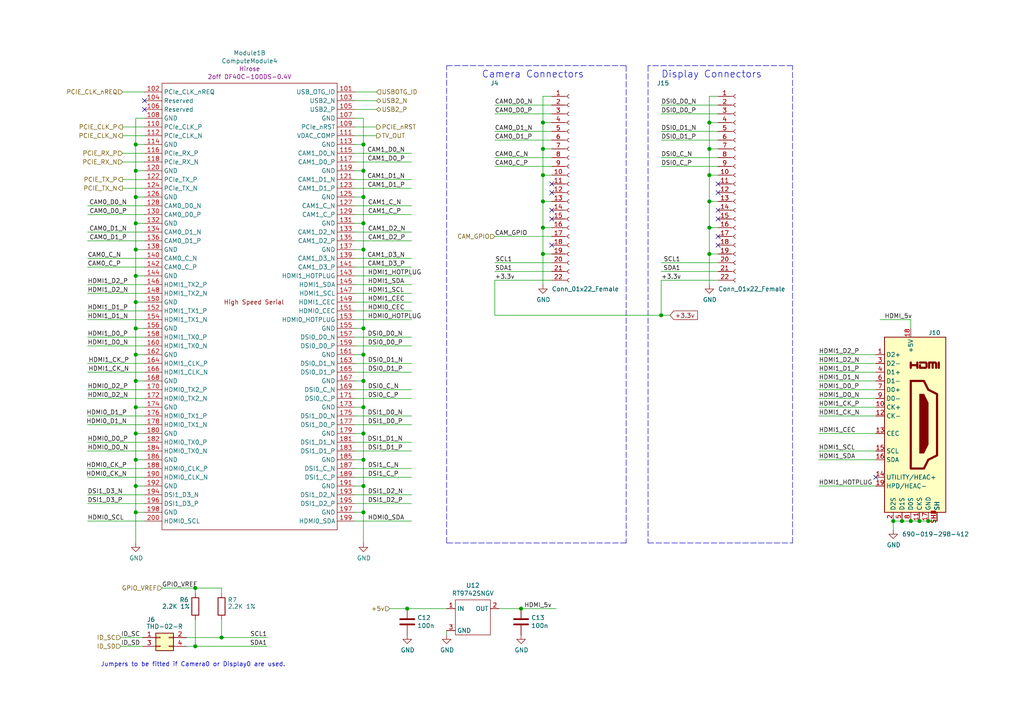
<source format=kicad_sch>
(kicad_sch (version 20210621) (generator eeschema)
  (paper "A4")
  (title_block (title "Compute Module 4 IO Board - CM4 - Highspeed") (rev "1") (company "(c) Raspberry Pi Trading 2020") (comment 1 "www.raspberrypi.org"))
  (lib_symbols
    (symbol "CM4IO:ComputeModule4-CM4"
      (property "Reference" "Module" (at 113.03 -68.58 0))
      (property "Value" "ComputeModule4-CM4" (at 140.97 2.54 0))
      (property "Field4" "Hirose" (at 0 0 0))
      (property "Field5" "2x DF40C-100DS-0.4V" (at 0 -2.54 0))
      (symbol "ComputeModule4-CM4_1_0"
        (text "GPIO" (at 0 6.35 0) (effects (font (size 1.27 1.27))))
      )
      (symbol "ComputeModule4-CM4_1_1"
        (text "600mA Max" (at -8.89 -53.34 0) (effects (font (size 1.27 1.27))))
        (text "600mA Max" (at -8.89 -48.26 0) (effects (font (size 1.27 1.27))))
        (text "NB SD signals are only available" (at -1.27 -27.94 0) (effects (font (size 1.27 1.27))))
        (text "on modules without eMMC" (at -1.27 -30.48 0) (effects (font (size 1.27 1.27))))
        (pin power_in line (at 27.94 55.88 180) (length 2.54) (name "GND") (number "1"))
        (pin passive line (at -33.02 45.72 0) (length 2.54) (name "Ethernet_Pair0_N") (number "10"))
        (pin output line (at -33.02 -68.58 0) (length 2.54) (name "nEXTRST") (number "100"))
        (pin passive line (at 27.94 43.18 180) (length 2.54) (name "Ethernet_Pair2_P") (number "11"))
        (pin passive line (at -33.02 43.18 0) (length 2.54) (name "Ethernet_Pair0_P") (number "12"))
        (pin power_in line (at 27.94 40.64 180) (length 2.54) (name "GND") (number "13"))
        (pin power_in line (at -33.02 40.64 0) (length 2.54) (name "GND") (number "14"))
        (pin output line (at 27.94 38.1 180) (length 2.54) (name "Ethernet_nLED3(3.3v)") (number "15"))
        (pin input line (at -33.02 38.1 0) (length 2.54) (name "Ethernet_SYNC_IN(1.8v)") (number "16"))
        (pin output line (at 27.94 35.56 180) (length 2.54) (name "Ethernet_nLED2(3.3v)") (number "17"))
        (pin input line (at -33.02 35.56 0) (length 2.54) (name "Ethernet_SYNC_OUT(1.8v)") (number "18"))
        (pin output line (at 27.94 33.02 180) (length 2.54) (name "Ethernet_nLED1(3.3v)") (number "19"))
        (pin power_in line (at -33.02 55.88 0) (length 2.54) (name "GND") (number "2"))
        (pin passive line (at -33.02 33.02 0) (length 2.54) (name "EEPROM_nWP") (number "20"))
        (pin open_collector line (at 27.94 30.48 180) (length 2.54) (name "PI_nLED_Activity") (number "21"))
        (pin power_in line (at -33.02 30.48 0) (length 2.54) (name "GND") (number "22"))
        (pin power_in line (at 27.94 27.94 180) (length 2.54) (name "GND") (number "23"))
        (pin passive line (at -33.02 27.94 0) (length 2.54) (name "GPIO26") (number "24"))
        (pin passive line (at 27.94 25.4 180) (length 2.54) (name "GPIO21") (number "25"))
        (pin passive line (at -33.02 25.4 0) (length 2.54) (name "GPIO19") (number "26"))
        (pin passive line (at 27.94 22.86 180) (length 2.54) (name "GPIO20") (number "27"))
        (pin passive line (at -33.02 22.86 0) (length 2.54) (name "GPIO13") (number "28"))
        (pin passive line (at 27.94 20.32 180) (length 2.54) (name "GPIO16") (number "29"))
        (pin passive line (at 27.94 53.34 180) (length 2.54) (name "Ethernet_Pair3_P") (number "3"))
        (pin passive line (at -33.02 20.32 0) (length 2.54) (name "GPIO6") (number "30"))
        (pin passive line (at 27.94 17.78 180) (length 2.54) (name "GPIO12") (number "31"))
        (pin power_in line (at -33.02 17.78 0) (length 2.54) (name "GND") (number "32"))
        (pin power_in line (at 27.94 15.24 180) (length 2.54) (name "GND") (number "33"))
        (pin passive line (at -33.02 15.24 0) (length 2.54) (name "GPIO5") (number "34"))
        (pin passive line (at 27.94 12.7 180) (length 2.54) (name "ID_SC") (number "35"))
        (pin passive line (at -33.02 12.7 0) (length 2.54) (name "ID_SD") (number "36"))
        (pin passive line (at 27.94 10.16 180) (length 2.54) (name "GPIO7") (number "37"))
        (pin passive line (at -33.02 10.16 0) (length 2.54) (name "GPIO11") (number "38"))
        (pin passive line (at 27.94 7.62 180) (length 2.54) (name "GPIO8") (number "39"))
        (pin passive line (at -33.02 53.34 0) (length 2.54) (name "Ethernet_Pair1_P") (number "4"))
        (pin passive line (at -33.02 7.62 0) (length 2.54) (name "GPIO9") (number "40"))
        (pin passive line (at 27.94 5.08 180) (length 2.54) (name "GPIO25") (number "41"))
        (pin power_in line (at -33.02 5.08 0) (length 2.54) (name "GND") (number "42"))
        (pin power_in line (at 27.94 2.54 180) (length 2.54) (name "GND") (number "43"))
        (pin passive line (at -33.02 2.54 0) (length 2.54) (name "GPIO10") (number "44"))
        (pin passive line (at 27.94 0 180) (length 2.54) (name "GPIO24") (number "45"))
        (pin passive line (at -33.02 0 0) (length 2.54) (name "GPIO22") (number "46"))
        (pin passive line (at 27.94 -2.54 180) (length 2.54) (name "GPIO23") (number "47"))
        (pin passive line (at -33.02 -2.54 0) (length 2.54) (name "GPIO27") (number "48"))
        (pin passive line (at 27.94 -5.08 180) (length 2.54) (name "GPIO18") (number "49"))
        (pin passive line (at 27.94 50.8 180) (length 2.54) (name "Ethernet_Pair3_N") (number "5"))
        (pin passive line (at -33.02 -5.08 0) (length 2.54) (name "GPIO17") (number "50"))
        (pin passive line (at 27.94 -7.62 180) (length 2.54) (name "GPIO15") (number "51"))
        (pin power_in line (at -33.02 -7.62 0) (length 2.54) (name "GND") (number "52"))
        (pin power_in line (at 27.94 -10.16 180) (length 2.54) (name "GND") (number "53"))
        (pin passive line (at -33.02 -10.16 0) (length 2.54) (name "GPIO4") (number "54"))
        (pin passive line (at 27.94 -12.7 180) (length 2.54) (name "GPIO14") (number "55"))
        (pin passive line (at -33.02 -12.7 0) (length 2.54) (name "GPIO3") (number "56"))
        (pin passive line (at 27.94 -15.24 180) (length 2.54) (name "SD_CLK") (number "57"))
        (pin passive line (at -33.02 -15.24 0) (length 2.54) (name "GPIO2") (number "58"))
        (pin power_in line (at 27.94 -17.78 180) (length 2.54) (name "GND") (number "59"))
        (pin passive line (at -33.02 50.8 0) (length 2.54) (name "Ethernet_Pair1_N") (number "6"))
        (pin power_in line (at -33.02 -17.78 0) (length 2.54) (name "GND") (number "60"))
        (pin passive line (at 27.94 -20.32 180) (length 2.54) (name "SD_DAT3") (number "61"))
        (pin passive line (at -33.02 -20.32 0) (length 2.54) (name "SD_CMD") (number "62"))
        (pin passive line (at 27.94 -22.86 180) (length 2.54) (name "SD_DAT0") (number "63"))
        (pin passive line (at -33.02 -22.86 0) (length 2.54) (name "SD_DAT5") (number "64"))
        (pin power_in line (at 27.94 -25.4 180) (length 2.54) (name "GND") (number "65"))
        (pin power_in line (at -33.02 -25.4 0) (length 2.54) (name "GND") (number "66"))
        (pin passive line (at 27.94 -27.94 180) (length 2.54) (name "SD_DAT1") (number "67"))
        (pin passive line (at -33.02 -27.94 0) (length 2.54) (name "SD_DAT4") (number "68"))
        (pin passive line (at 27.94 -30.48 180) (length 2.54) (name "SD_DAT2") (number "69"))
        (pin power_in line (at 27.94 48.26 180) (length 2.54) (name "GND") (number "7"))
        (pin passive line (at -33.02 -30.48 0) (length 2.54) (name "SD_DAT7") (number "70"))
        (pin power_in line (at 27.94 -33.02 180) (length 2.54) (name "GND") (number "71"))
        (pin passive line (at -33.02 -33.02 0) (length 2.54) (name "SD_DAT6") (number "72"))
        (pin input line (at 27.94 -35.56 180) (length 2.54) (name "SD_VDD_Override") (number "73"))
        (pin power_in line (at -33.02 -35.56 0) (length 2.54) (name "GND") (number "74"))
        (pin output line (at 27.94 -38.1 180) (length 2.54) (name "SD_PWR_ON") (number "75"))
        (pin passive line (at -33.02 -38.1 0) (length 2.54) (name "Reserved") (number "76"))
        (pin power_in line (at 27.94 -40.64 180) (length 2.54) (name "+5v_(Input)") (number "77"))
        (pin power_in line (at -33.02 -40.64 0) (length 2.54) (name "GPIO_VREF(1.8v/3.3v_Input)") (number "78"))
        (pin power_in line (at 27.94 -43.18 180) (length 2.54) (name "+5v_(Input)") (number "79"))
        (pin power_in line (at -33.02 48.26 0) (length 2.54) (name "GND") (number "8"))
        (pin passive line (at -33.02 -43.18 0) (length 2.54) (name "SCL0") (number "80"))
        (pin power_in line (at 27.94 -45.72 180) (length 2.54) (name "+5v_(Input)") (number "81"))
        (pin passive line (at -33.02 -45.72 0) (length 2.54) (name "SDA0") (number "82"))
        (pin power_in line (at 27.94 -48.26 180) (length 2.54) (name "+5v_(Input)") (number "83"))
        (pin power_out line (at -33.02 -48.26 0) (length 2.54) (name "+3.3v_(Output)") (number "84"))
        (pin power_in line (at 27.94 -50.8 180) (length 2.54) (name "+5v_(Input)") (number "85"))
        (pin power_out line (at -33.02 -50.8 0) (length 2.54) (name "+3.3v_(Output)") (number "86"))
        (pin power_in line (at 27.94 -53.34 180) (length 2.54) (name "+5v_(Input)") (number "87"))
        (pin power_out line (at -33.02 -53.34 0) (length 2.54) (name "+1.8v_(Output)") (number "88"))
        (pin power_in line (at 27.94 -55.88 180) (length 2.54) (name "WiFi_nDisable") (number "89"))
        (pin passive line (at 27.94 45.72 180) (length 2.54) (name "Ethernet_Pair2_N") (number "9"))
        (pin power_out line (at -33.02 -55.88 0) (length 2.54) (name "+1.8v_(Output)") (number "90"))
        (pin power_in line (at 27.94 -58.42 180) (length 2.54) (name "BT_nDisable") (number "91"))
        (pin passive line (at -33.02 -58.42 0) (length 2.54) (name "RUN_PG") (number "92"))
        (pin input line (at 27.94 -60.96 180) (length 2.54) (name "nRPIBOOT") (number "93"))
        (pin passive line (at -33.02 -60.96 0) (length 2.54) (name "AnalogIP0") (number "94"))
        (pin output line (at 27.94 -63.5 180) (length 2.54) (name "nPI_LED_PWR") (number "95"))
        (pin passive line (at -33.02 -63.5 0) (length 2.54) (name "AnalogIP1") (number "96"))
        (pin passive line (at 27.94 -66.04 180) (length 2.54) (name "Camera_GPIO") (number "97"))
        (pin power_in line (at -33.02 -66.04 0) (length 2.54) (name "GND") (number "98"))
        (pin input line (at 27.94 -68.58 180) (length 2.54) (name "Global_EN") (number "99"))
      )
      (symbol "ComputeModule4-CM4_2_1"
        (text "High Speed Serial" (at 140.97 0 0) (effects (font (size 1.27 1.27))))
        (pin input line (at 170.18 60.96 180) (length 5.08) (name "USB_OTG_ID") (number "101"))
        (pin input line (at 109.22 60.96 0) (length 5.08) (name "PCIe_CLK_nREQ") (number "102"))
        (pin passive line (at 170.18 58.42 180) (length 5.08) (name "USB2_N") (number "103"))
        (pin passive line (at 109.22 58.42 0) (length 5.08) (name "Reserved") (number "104"))
        (pin passive line (at 170.18 55.88 180) (length 5.08) (name "USB2_P") (number "105"))
        (pin passive line (at 109.22 55.88 0) (length 5.08) (name "Reserved") (number "106"))
        (pin power_in line (at 170.18 53.34 180) (length 5.08) (name "GND") (number "107"))
        (pin power_in line (at 109.22 53.34 0) (length 5.08) (name "GND") (number "108"))
        (pin bidirectional line (at 170.18 50.8 180) (length 5.08) (name "PCIe_nRST") (number "109"))
        (pin output line (at 109.22 50.8 0) (length 5.08) (name "PCIe_CLK_P") (number "110"))
        (pin passive line (at 170.18 48.26 180) (length 5.08) (name "VDAC_COMP") (number "111"))
        (pin output line (at 109.22 48.26 0) (length 5.08) (name "PCIe_CLK_N") (number "112"))
        (pin power_in line (at 170.18 45.72 180) (length 5.08) (name "GND") (number "113"))
        (pin power_in line (at 109.22 45.72 0) (length 5.08) (name "GND") (number "114"))
        (pin input line (at 170.18 43.18 180) (length 5.08) (name "CAM1_D0_N") (number "115"))
        (pin input line (at 109.22 43.18 0) (length 5.08) (name "PCIe_RX_P") (number "116"))
        (pin input line (at 170.18 40.64 180) (length 5.08) (name "CAM1_D0_P") (number "117"))
        (pin input line (at 109.22 40.64 0) (length 5.08) (name "PCIe_RX_N") (number "118"))
        (pin power_in line (at 170.18 38.1 180) (length 5.08) (name "GND") (number "119"))
        (pin power_in line (at 109.22 38.1 0) (length 5.08) (name "GND") (number "120"))
        (pin input line (at 170.18 35.56 180) (length 5.08) (name "CAM1_D1_N") (number "121"))
        (pin output line (at 109.22 35.56 0) (length 5.08) (name "PCIe_TX_P") (number "122"))
        (pin input line (at 170.18 33.02 180) (length 5.08) (name "CAM1_D1_P") (number "123"))
        (pin output line (at 109.22 33.02 0) (length 5.08) (name "PCIe_TX_N") (number "124"))
        (pin power_in line (at 170.18 30.48 180) (length 5.08) (name "GND") (number "125"))
        (pin power_in line (at 109.22 30.48 0) (length 5.08) (name "GND") (number "126"))
        (pin input line (at 170.18 27.94 180) (length 5.08) (name "CAM1_C_N") (number "127"))
        (pin input line (at 109.22 27.94 0) (length 5.08) (name "CAM0_D0_N") (number "128"))
        (pin input line (at 170.18 25.4 180) (length 5.08) (name "CAM1_C_P") (number "129"))
        (pin input line (at 109.22 25.4 0) (length 5.08) (name "CAM0_D0_P") (number "130"))
        (pin power_in line (at 170.18 22.86 180) (length 5.08) (name "GND") (number "131"))
        (pin power_in line (at 109.22 22.86 0) (length 5.08) (name "GND") (number "132"))
        (pin input line (at 170.18 20.32 180) (length 5.08) (name "CAM1_D2_N") (number "133"))
        (pin input line (at 109.22 20.32 0) (length 5.08) (name "CAM0_D1_N") (number "134"))
        (pin input line (at 170.18 17.78 180) (length 5.08) (name "CAM1_D2_P") (number "135"))
        (pin input line (at 109.22 17.78 0) (length 5.08) (name "CAM0_D1_P") (number "136"))
        (pin power_in line (at 170.18 15.24 180) (length 5.08) (name "GND") (number "137"))
        (pin power_in line (at 109.22 15.24 0) (length 5.08) (name "GND") (number "138"))
        (pin input line (at 170.18 12.7 180) (length 5.08) (name "CAM1_D3_N") (number "139"))
        (pin input line (at 109.22 12.7 0) (length 5.08) (name "CAM0_C_N") (number "140"))
        (pin input line (at 170.18 10.16 180) (length 5.08) (name "CAM1_D3_P") (number "141"))
        (pin input line (at 109.22 10.16 0) (length 5.08) (name "CAM0_C_P") (number "142"))
        (pin input line (at 170.18 7.62 180) (length 5.08) (name "HDMI1_HOTPLUG") (number "143"))
        (pin power_in line (at 109.22 7.62 0) (length 5.08) (name "GND") (number "144"))
        (pin bidirectional line (at 170.18 5.08 180) (length 5.08) (name "HDMI1_SDA") (number "145"))
        (pin output line (at 109.22 5.08 0) (length 5.08) (name "HDMI1_TX2_P") (number "146"))
        (pin open_collector line (at 170.18 2.54 180) (length 5.08) (name "HDMI1_SCL") (number "147"))
        (pin output line (at 109.22 2.54 0) (length 5.08) (name "HDMI1_TX2_N") (number "148"))
        (pin open_collector line (at 170.18 0 180) (length 5.08) (name "HDMI1_CEC") (number "149"))
        (pin power_in line (at 109.22 0 0) (length 5.08) (name "GND") (number "150"))
        (pin open_collector line (at 170.18 -2.54 180) (length 5.08) (name "HDMI0_CEC") (number "151"))
        (pin output line (at 109.22 -2.54 0) (length 5.08) (name "HDMI1_TX1_P") (number "152"))
        (pin input line (at 170.18 -5.08 180) (length 5.08) (name "HDMI0_HOTPLUG") (number "153"))
        (pin output line (at 109.22 -5.08 0) (length 5.08) (name "HDMI1_TX1_N") (number "154"))
        (pin power_in line (at 170.18 -7.62 180) (length 5.08) (name "GND") (number "155"))
        (pin power_in line (at 109.22 -7.62 0) (length 5.08) (name "GND") (number "156"))
        (pin output line (at 170.18 -10.16 180) (length 5.08) (name "DSI0_D0_N") (number "157"))
        (pin output line (at 109.22 -10.16 0) (length 5.08) (name "HDMI1_TX0_P") (number "158"))
        (pin output line (at 170.18 -12.7 180) (length 5.08) (name "DSI0_D0_P") (number "159"))
        (pin output line (at 109.22 -12.7 0) (length 5.08) (name "HDMI1_TX0_N") (number "160"))
        (pin power_in line (at 170.18 -15.24 180) (length 5.08) (name "GND") (number "161"))
        (pin power_in line (at 109.22 -15.24 0) (length 5.08) (name "GND") (number "162"))
        (pin output line (at 170.18 -17.78 180) (length 5.08) (name "DSI0_D1_N") (number "163"))
        (pin output line (at 109.22 -17.78 0) (length 5.08) (name "HDMI1_CLK_P") (number "164"))
        (pin output line (at 170.18 -20.32 180) (length 5.08) (name "DSI0_D1_P") (number "165"))
        (pin output line (at 109.22 -20.32 0) (length 5.08) (name "HDMI1_CLK_N") (number "166"))
        (pin power_in line (at 170.18 -22.86 180) (length 5.08) (name "GND") (number "167"))
        (pin power_in line (at 109.22 -22.86 0) (length 5.08) (name "GND") (number "168"))
        (pin output line (at 170.18 -25.4 180) (length 5.08) (name "DSI0_C_N") (number "169"))
        (pin output line (at 109.22 -25.4 0) (length 5.08) (name "HDMI0_TX2_P") (number "170"))
        (pin output line (at 170.18 -27.94 180) (length 5.08) (name "DSI0_C_P") (number "171"))
        (pin output line (at 109.22 -27.94 0) (length 5.08) (name "HDMI0_TX2_N") (number "172"))
        (pin power_in line (at 170.18 -30.48 180) (length 5.08) (name "GND") (number "173"))
        (pin power_in line (at 109.22 -30.48 0) (length 5.08) (name "GND") (number "174"))
        (pin output line (at 170.18 -33.02 180) (length 5.08) (name "DSI1_D0_N") (number "175"))
        (pin output line (at 109.22 -33.02 0) (length 5.08) (name "HDMI0_TX1_P") (number "176"))
        (pin output line (at 170.18 -35.56 180) (length 5.08) (name "DSI1_D0_P") (number "177"))
        (pin output line (at 109.22 -35.56 0) (length 5.08) (name "HDMI0_TX1_N") (number "178"))
        (pin power_in line (at 170.18 -38.1 180) (length 5.08) (name "GND") (number "179"))
        (pin power_in line (at 109.22 -38.1 0) (length 5.08) (name "GND") (number "180"))
        (pin output line (at 170.18 -40.64 180) (length 5.08) (name "DSI1_D1_N") (number "181"))
        (pin output line (at 109.22 -40.64 0) (length 5.08) (name "HDMI0_TX0_P") (number "182"))
        (pin output line (at 170.18 -43.18 180) (length 5.08) (name "DSI1_D1_P") (number "183"))
        (pin output line (at 109.22 -43.18 0) (length 5.08) (name "HDMI0_TX0_N") (number "184"))
        (pin power_in line (at 170.18 -45.72 180) (length 5.08) (name "GND") (number "185"))
        (pin power_in line (at 109.22 -45.72 0) (length 5.08) (name "GND") (number "186"))
        (pin output line (at 170.18 -48.26 180) (length 5.08) (name "DSI1_C_N") (number "187"))
        (pin output line (at 109.22 -48.26 0) (length 5.08) (name "HDMI0_CLK_P") (number "188"))
        (pin output line (at 170.18 -50.8 180) (length 5.08) (name "DSI1_C_P") (number "189"))
        (pin output line (at 109.22 -50.8 0) (length 5.08) (name "HDMI0_CLK_N") (number "190"))
        (pin power_in line (at 170.18 -53.34 180) (length 5.08) (name "GND") (number "191"))
        (pin power_in line (at 109.22 -53.34 0) (length 5.08) (name "GND") (number "192"))
        (pin output line (at 170.18 -55.88 180) (length 5.08) (name "DSI1_D2_N") (number "193"))
        (pin output line (at 109.22 -55.88 0) (length 5.08) (name "DSI1_D3_N") (number "194"))
        (pin output line (at 170.18 -58.42 180) (length 5.08) (name "DSI1_D2_P") (number "195"))
        (pin output line (at 109.22 -58.42 0) (length 5.08) (name "DSI1_D3_P") (number "196"))
        (pin power_in line (at 170.18 -60.96 180) (length 5.08) (name "GND") (number "197"))
        (pin power_in line (at 109.22 -60.96 0) (length 5.08) (name "GND") (number "198"))
        (pin bidirectional line (at 170.18 -63.5 180) (length 5.08) (name "HDMI0_SDA") (number "199"))
        (pin open_collector line (at 109.22 -63.5 0) (length 5.08) (name "HDMI0_SCL") (number "200"))
      )
    )
    (symbol "CM4IO:HDMI_A_1.4"
      (property "Reference" "J" (at -6.35 26.67 0))
      (property "Value" "HDMI_A_1.4" (at 10.16 26.67 0))
      (symbol "HDMI_A_1.4_0_0"
        (pin passive line (at 7.62 -27.94 90) (length 2.54) (name "SH") (number "SH2"))
        (pin passive line (at 7.62 -27.94 90) (length 2.54) (name "SH") (number "SH3"))
        (pin passive line (at 7.62 -27.94 90) (length 2.54) (name "SH") (number "SH4"))
      )
      (symbol "HDMI_A_1.4_1_1"
        (pin passive line (at -10.16 20.32 0) (length 2.54) (name "D2+") (number "1"))
        (pin passive line (at -10.16 5.08 0) (length 2.54) (name "CK+") (number "10"))
        (pin power_in line (at 2.54 -27.94 90) (length 2.54) (name "CKS") (number "11"))
        (pin passive line (at -10.16 2.54 0) (length 2.54) (name "CK-") (number "12"))
        (pin bidirectional line (at -10.16 -2.54 0) (length 2.54) (name "CEC") (number "13"))
        (pin passive line (at -10.16 -15.24 0) (length 2.54) (name "UTILITY/HEAC+") (number "14"))
        (pin passive line (at -10.16 -7.62 0) (length 2.54) (name "SCL") (number "15"))
        (pin bidirectional line (at -10.16 -10.16 0) (length 2.54) (name "SDA") (number "16"))
        (pin power_in line (at 5.08 -27.94 90) (length 2.54) (name "GND") (number "17"))
        (pin power_in line (at 0 27.94 270) (length 2.54) (name "+5V") (number "18"))
        (pin passive line (at -10.16 -17.78 0) (length 2.54) (name "HPD/HEAC-") (number "19"))
        (pin power_in line (at -5.08 -27.94 90) (length 2.54) (name "D2S") (number "2"))
        (pin passive line (at -10.16 17.78 0) (length 2.54) (name "D2-") (number "3"))
        (pin passive line (at -10.16 15.24 0) (length 2.54) (name "D1+") (number "4"))
        (pin power_in line (at -2.54 -27.94 90) (length 2.54) (name "D1S") (number "5"))
        (pin passive line (at -10.16 12.7 0) (length 2.54) (name "D1-") (number "6"))
        (pin passive line (at -10.16 10.16 0) (length 2.54) (name "D0+") (number "7"))
        (pin power_in line (at 0 -27.94 90) (length 2.54) (name "D0S") (number "8"))
        (pin passive line (at -10.16 7.62 0) (length 2.54) (name "D0-") (number "9"))
        (pin passive line (at 7.62 -27.94 90) (length 2.54) (name "SH") (number "SH1"))
      )
    )
    (symbol "CM4IO:RT9742SNGV"
      (property "Reference" "U" (at -2.54 7.62 0))
      (property "Value" "RT9742SNGV" (at 3.81 -5.08 0))
      (symbol "RT9742SNGV_1_1"
        (pin power_in line (at -5.08 3.81 0) (length 2.54) (name "IN") (number "1"))
        (pin power_in line (at 10.16 3.81 180) (length 2.54) (name "OUT") (number "2"))
        (pin power_in line (at -5.08 -2.54 0) (length 2.54) (name "GND") (number "3"))
      )
    )
    (symbol "Connector:Conn_01x22_Female" (pin_names hide)
      (property "Reference" "J" (at 0 27.94 0))
      (property "Value" "Conn_01x22_Female" (at 0 -30.48 0))
      (symbol "Conn_01x22_Female_1_1"
        (pin passive line (at -5.08 25.4 0) (length 3.81) (name "Pin_1") (number "1"))
        (pin passive line (at -5.08 2.54 0) (length 3.81) (name "Pin_10") (number "10"))
        (pin passive line (at -5.08 0 0) (length 3.81) (name "Pin_11") (number "11"))
        (pin passive line (at -5.08 -2.54 0) (length 3.81) (name "Pin_12") (number "12"))
        (pin passive line (at -5.08 -5.08 0) (length 3.81) (name "Pin_13") (number "13"))
        (pin passive line (at -5.08 -7.62 0) (length 3.81) (name "Pin_14") (number "14"))
        (pin passive line (at -5.08 -10.16 0) (length 3.81) (name "Pin_15") (number "15"))
        (pin passive line (at -5.08 -12.7 0) (length 3.81) (name "Pin_16") (number "16"))
        (pin passive line (at -5.08 -15.24 0) (length 3.81) (name "Pin_17") (number "17"))
        (pin passive line (at -5.08 -17.78 0) (length 3.81) (name "Pin_18") (number "18"))
        (pin passive line (at -5.08 -20.32 0) (length 3.81) (name "Pin_19") (number "19"))
        (pin passive line (at -5.08 22.86 0) (length 3.81) (name "Pin_2") (number "2"))
        (pin passive line (at -5.08 -22.86 0) (length 3.81) (name "Pin_20") (number "20"))
        (pin passive line (at -5.08 -25.4 0) (length 3.81) (name "Pin_21") (number "21"))
        (pin passive line (at -5.08 -27.94 0) (length 3.81) (name "Pin_22") (number "22"))
        (pin passive line (at -5.08 20.32 0) (length 3.81) (name "Pin_3") (number "3"))
        (pin passive line (at -5.08 17.78 0) (length 3.81) (name "Pin_4") (number "4"))
        (pin passive line (at -5.08 15.24 0) (length 3.81) (name "Pin_5") (number "5"))
        (pin passive line (at -5.08 12.7 0) (length 3.81) (name "Pin_6") (number "6"))
        (pin passive line (at -5.08 10.16 0) (length 3.81) (name "Pin_7") (number "7"))
        (pin passive line (at -5.08 7.62 0) (length 3.81) (name "Pin_8") (number "8"))
        (pin passive line (at -5.08 5.08 0) (length 3.81) (name "Pin_9") (number "9"))
      )
    )
    (symbol "Connector_Generic:Conn_02x02_Odd_Even" (pin_names hide)
      (property "Reference" "J" (at 1.27 2.54 0))
      (property "Value" "Conn_02x02_Odd_Even" (at 1.27 -5.08 0))
      (symbol "Conn_02x02_Odd_Even_1_1"
        (pin passive line (at -5.08 0 0) (length 3.81) (name "Pin_1") (number "1"))
        (pin passive line (at 7.62 0 180) (length 3.81) (name "Pin_2") (number "2"))
        (pin passive line (at -5.08 -2.54 0) (length 3.81) (name "Pin_3") (number "3"))
        (pin passive line (at 7.62 -2.54 180) (length 3.81) (name "Pin_4") (number "4"))
      )
    )
    (symbol "Device:C" (pin_numbers hide) (pin_names (offset 0.254))
      (property "Reference" "C" (at 0.635 2.54 0))
      (property "Value" "C" (at 0.635 -2.54 0))
      (symbol "C_1_1"
        (pin passive line (at 0 3.81 270) (length 2.794) (name "~") (number "1"))
        (pin passive line (at 0 -3.81 90) (length 2.794) (name "~") (number "2"))
      )
    )
    (symbol "Device:R" (pin_numbers hide) (pin_names (offset 0))
      (property "Reference" "R" (at 2.032 0 90))
      (property "Value" "R" (at 0 0 90))
      (symbol "R_1_1"
        (pin passive line (at 0 3.81 270) (length 1.27) (name "~") (number "1"))
        (pin passive line (at 0 -3.81 90) (length 1.27) (name "~") (number "2"))
      )
    )
    (symbol "power:GND" (power) (pin_names (offset 0))
      (property "Value" "GND" (at 0 -3.81 0))
      (symbol "GND_1_1"
        (pin power_in line (at 0 0 270) (length 0) hide (name "GND") (number "1"))
      )
    )
  )
  (junction (at 39.37 41.91) (diameter 1.016))
  (junction (at 39.37 49.53) (diameter 1.016))
  (junction (at 39.37 57.15) (diameter 1.016))
  (junction (at 39.37 64.77) (diameter 1.016))
  (junction (at 39.37 72.39) (diameter 1.016))
  (junction (at 39.37 80.01) (diameter 1.016))
  (junction (at 39.37 87.63) (diameter 1.016))
  (junction (at 39.37 95.25) (diameter 1.016))
  (junction (at 39.37 102.87) (diameter 1.016))
  (junction (at 39.37 110.49) (diameter 1.016))
  (junction (at 39.37 118.11) (diameter 1.016))
  (junction (at 39.37 125.73) (diameter 1.016))
  (junction (at 39.37 133.35) (diameter 1.016))
  (junction (at 39.37 140.97) (diameter 1.016))
  (junction (at 39.37 148.59) (diameter 1.016))
  (junction (at 56.642 170.561) (diameter 1.016))
  (junction (at 56.642 187.452) (diameter 1.016))
  (junction (at 64.262 184.912) (diameter 1.016))
  (junction (at 105.41 41.91) (diameter 1.016))
  (junction (at 105.41 49.53) (diameter 1.016))
  (junction (at 105.41 57.15) (diameter 1.016))
  (junction (at 105.41 64.77) (diameter 1.016))
  (junction (at 105.41 72.39) (diameter 1.016))
  (junction (at 105.41 95.25) (diameter 1.016))
  (junction (at 105.41 102.87) (diameter 1.016))
  (junction (at 105.41 110.49) (diameter 1.016))
  (junction (at 105.41 118.11) (diameter 1.016))
  (junction (at 105.41 125.73) (diameter 1.016))
  (junction (at 105.41 133.35) (diameter 1.016))
  (junction (at 105.41 140.97) (diameter 1.016))
  (junction (at 105.41 148.59) (diameter 1.016))
  (junction (at 118.11 176.53) (diameter 1.016))
  (junction (at 151.13 176.53) (diameter 1.016))
  (junction (at 157.48 35.56) (diameter 1.016))
  (junction (at 157.48 43.18) (diameter 1.016))
  (junction (at 157.48 50.8) (diameter 1.016))
  (junction (at 157.48 58.42) (diameter 1.016))
  (junction (at 157.48 66.04) (diameter 1.016))
  (junction (at 157.48 73.66) (diameter 1.016))
  (junction (at 191.77 91.44) (diameter 1.016))
  (junction (at 205.74 35.56) (diameter 1.016))
  (junction (at 205.74 43.18) (diameter 1.016))
  (junction (at 205.74 50.8) (diameter 1.016))
  (junction (at 205.74 58.42) (diameter 1.016))
  (junction (at 205.74 66.04) (diameter 1.016))
  (junction (at 205.74 73.66) (diameter 1.016))
  (junction (at 259.08 151.13) (diameter 1.016))
  (junction (at 261.62 151.13) (diameter 1.016))
  (junction (at 264.16 151.13) (diameter 1.016))
  (junction (at 266.7 151.13) (diameter 1.016))
  (junction (at 269.24 151.13) (diameter 1.016))
  (no_connect (at 41.91 29.21))
  (no_connect (at 41.91 31.75))
  (no_connect (at 160.02 53.34))
  (no_connect (at 160.02 55.88))
  (no_connect (at 160.02 60.96))
  (no_connect (at 160.02 63.5))
  (no_connect (at 160.02 71.12))
  (no_connect (at 208.28 53.34))
  (no_connect (at 208.28 55.88))
  (no_connect (at 208.28 60.96))
  (no_connect (at 208.28 63.5))
  (no_connect (at 208.28 68.58))
  (no_connect (at 208.28 71.12))
  (no_connect (at 254 138.43))
  (wire (pts (xy 25.4 74.93) (xy 41.91 74.93)))
  (wire (pts (xy 25.4 77.47) (xy 41.91 77.47)))
  (wire (pts (xy 25.4 82.55) (xy 41.91 82.55)))
  (wire (pts (xy 25.4 85.09) (xy 41.91 85.09)))
  (wire (pts (xy 25.4 90.17) (xy 41.91 90.17)))
  (wire (pts (xy 25.4 92.71) (xy 41.91 92.71)))
  (wire (pts (xy 25.4 97.79) (xy 41.91 97.79)))
  (wire (pts (xy 25.4 100.33) (xy 41.91 100.33)))
  (wire (pts (xy 25.4 113.03) (xy 41.91 113.03)))
  (wire (pts (xy 25.4 115.57) (xy 41.91 115.57)))
  (wire (pts (xy 25.4 128.27) (xy 41.91 128.27)))
  (wire (pts (xy 25.4 130.81) (xy 41.91 130.81)))
  (wire (pts (xy 25.4 143.51) (xy 41.91 143.51)))
  (wire (pts (xy 25.4 146.05) (xy 41.91 146.05)))
  (wire (pts (xy 25.4 151.13) (xy 41.91 151.13)))
  (wire (pts (xy 35.052 184.912) (xy 41.402 184.912)))
  (wire (pts (xy 35.052 187.452) (xy 41.402 187.452)))
  (wire (pts (xy 35.56 26.67) (xy 41.91 26.67)))
  (wire (pts (xy 35.56 36.83) (xy 41.91 36.83)))
  (wire (pts (xy 35.56 39.37) (xy 41.91 39.37)))
  (wire (pts (xy 35.56 52.07) (xy 41.91 52.07)))
  (wire (pts (xy 35.56 54.61) (xy 41.91 54.61)))
  (wire (pts (xy 39.37 34.29) (xy 39.37 41.91)))
  (wire (pts (xy 39.37 41.91) (xy 39.37 49.53)))
  (wire (pts (xy 39.37 41.91) (xy 41.91 41.91)))
  (wire (pts (xy 39.37 49.53) (xy 39.37 57.15)))
  (wire (pts (xy 39.37 49.53) (xy 41.91 49.53)))
  (wire (pts (xy 39.37 57.15) (xy 39.37 64.77)))
  (wire (pts (xy 39.37 57.15) (xy 41.91 57.15)))
  (wire (pts (xy 39.37 64.77) (xy 39.37 72.39)))
  (wire (pts (xy 39.37 64.77) (xy 41.91 64.77)))
  (wire (pts (xy 39.37 72.39) (xy 39.37 80.01)))
  (wire (pts (xy 39.37 72.39) (xy 41.91 72.39)))
  (wire (pts (xy 39.37 80.01) (xy 39.37 87.63)))
  (wire (pts (xy 39.37 80.01) (xy 41.91 80.01)))
  (wire (pts (xy 39.37 87.63) (xy 39.37 95.25)))
  (wire (pts (xy 39.37 87.63) (xy 41.91 87.63)))
  (wire (pts (xy 39.37 95.25) (xy 39.37 102.87)))
  (wire (pts (xy 39.37 95.25) (xy 41.91 95.25)))
  (wire (pts (xy 39.37 102.87) (xy 39.37 110.49)))
  (wire (pts (xy 39.37 102.87) (xy 41.91 102.87)))
  (wire (pts (xy 39.37 110.49) (xy 39.37 118.11)))
  (wire (pts (xy 39.37 110.49) (xy 41.91 110.49)))
  (wire (pts (xy 39.37 118.11) (xy 39.37 125.73)))
  (wire (pts (xy 39.37 118.11) (xy 41.91 118.11)))
  (wire (pts (xy 39.37 125.73) (xy 39.37 133.35)))
  (wire (pts (xy 39.37 125.73) (xy 41.91 125.73)))
  (wire (pts (xy 39.37 133.35) (xy 39.37 140.97)))
  (wire (pts (xy 39.37 133.35) (xy 41.91 133.35)))
  (wire (pts (xy 39.37 140.97) (xy 39.37 148.59)))
  (wire (pts (xy 39.37 148.59) (xy 39.37 157.48)))
  (wire (pts (xy 41.91 34.29) (xy 39.37 34.29)))
  (wire (pts (xy 41.91 44.45) (xy 35.56 44.45)))
  (wire (pts (xy 41.91 46.99) (xy 35.56 46.99)))
  (wire (pts (xy 41.91 59.69) (xy 25.4 59.69)))
  (wire (pts (xy 41.91 62.23) (xy 25.4 62.23)))
  (wire (pts (xy 41.91 67.31) (xy 25.4 67.31)))
  (wire (pts (xy 41.91 69.85) (xy 25.4 69.85)))
  (wire (pts (xy 41.91 105.41) (xy 25.4 105.41)))
  (wire (pts (xy 41.91 107.95) (xy 25.4 107.95)))
  (wire (pts (xy 41.91 120.65) (xy 25.4 120.65)))
  (wire (pts (xy 41.91 123.19) (xy 25.4 123.19)))
  (wire (pts (xy 41.91 135.89) (xy 25.4 135.89)))
  (wire (pts (xy 41.91 138.43) (xy 25.4 138.43)))
  (wire (pts (xy 41.91 140.97) (xy 39.37 140.97)))
  (wire (pts (xy 41.91 148.59) (xy 39.37 148.59)))
  (wire (pts (xy 46.99 170.561) (xy 56.642 170.561)))
  (wire (pts (xy 54.102 184.912) (xy 64.262 184.912)))
  (wire (pts (xy 54.102 187.452) (xy 56.642 187.452)))
  (wire (pts (xy 56.642 170.561) (xy 56.642 172.085)))
  (wire (pts (xy 56.642 170.561) (xy 64.262 170.561)))
  (wire (pts (xy 56.642 179.705) (xy 56.642 187.452)))
  (wire (pts (xy 56.642 187.452) (xy 77.47 187.452)))
  (wire (pts (xy 64.262 170.561) (xy 64.262 172.085)))
  (wire (pts (xy 64.262 179.705) (xy 64.262 184.912)))
  (wire (pts (xy 64.262 184.912) (xy 77.597 184.912)))
  (wire (pts (xy 102.87 29.21) (xy 109.22 29.21)))
  (wire (pts (xy 102.87 31.75) (xy 109.22 31.75)))
  (wire (pts (xy 102.87 36.83) (xy 109.22 36.83)))
  (wire (pts (xy 102.87 39.37) (xy 109.22 39.37)))
  (wire (pts (xy 102.87 41.91) (xy 105.41 41.91)))
  (wire (pts (xy 102.87 49.53) (xy 105.41 49.53)))
  (wire (pts (xy 102.87 57.15) (xy 105.41 57.15)))
  (wire (pts (xy 102.87 59.69) (xy 119.38 59.69)))
  (wire (pts (xy 102.87 62.23) (xy 119.38 62.23)))
  (wire (pts (xy 102.87 64.77) (xy 105.41 64.77)))
  (wire (pts (xy 102.87 67.31) (xy 119.38 67.31)))
  (wire (pts (xy 102.87 69.85) (xy 119.38 69.85)))
  (wire (pts (xy 102.87 72.39) (xy 105.41 72.39)))
  (wire (pts (xy 102.87 80.01) (xy 119.38 80.01)))
  (wire (pts (xy 102.87 82.55) (xy 119.38 82.55)))
  (wire (pts (xy 102.87 85.09) (xy 119.38 85.09)))
  (wire (pts (xy 102.87 87.63) (xy 119.38 87.63)))
  (wire (pts (xy 102.87 90.17) (xy 119.38 90.17)))
  (wire (pts (xy 102.87 92.71) (xy 119.38 92.71)))
  (wire (pts (xy 102.87 95.25) (xy 105.41 95.25)))
  (wire (pts (xy 102.87 102.87) (xy 105.41 102.87)))
  (wire (pts (xy 102.87 105.41) (xy 119.38 105.41)))
  (wire (pts (xy 102.87 107.95) (xy 119.38 107.95)))
  (wire (pts (xy 102.87 110.49) (xy 105.41 110.49)))
  (wire (pts (xy 102.87 113.03) (xy 119.38 113.03)))
  (wire (pts (xy 102.87 115.57) (xy 119.38 115.57)))
  (wire (pts (xy 102.87 118.11) (xy 105.41 118.11)))
  (wire (pts (xy 102.87 125.73) (xy 105.41 125.73)))
  (wire (pts (xy 102.87 133.35) (xy 105.41 133.35)))
  (wire (pts (xy 102.87 135.89) (xy 119.38 135.89)))
  (wire (pts (xy 102.87 138.43) (xy 119.38 138.43)))
  (wire (pts (xy 102.87 140.97) (xy 105.41 140.97)))
  (wire (pts (xy 102.87 143.51) (xy 119.38 143.51)))
  (wire (pts (xy 102.87 146.05) (xy 119.38 146.05)))
  (wire (pts (xy 102.87 148.59) (xy 105.41 148.59)))
  (wire (pts (xy 102.87 151.13) (xy 119.38 151.13)))
  (wire (pts (xy 105.41 34.29) (xy 102.87 34.29)))
  (wire (pts (xy 105.41 41.91) (xy 105.41 34.29)))
  (wire (pts (xy 105.41 49.53) (xy 105.41 41.91)))
  (wire (pts (xy 105.41 57.15) (xy 105.41 49.53)))
  (wire (pts (xy 105.41 64.77) (xy 105.41 57.15)))
  (wire (pts (xy 105.41 72.39) (xy 105.41 64.77)))
  (wire (pts (xy 105.41 72.39) (xy 105.41 95.25)))
  (wire (pts (xy 105.41 95.25) (xy 105.41 102.87)))
  (wire (pts (xy 105.41 102.87) (xy 105.41 110.49)))
  (wire (pts (xy 105.41 110.49) (xy 105.41 118.11)))
  (wire (pts (xy 105.41 118.11) (xy 105.41 125.73)))
  (wire (pts (xy 105.41 125.73) (xy 105.41 133.35)))
  (wire (pts (xy 105.41 133.35) (xy 105.41 140.97)))
  (wire (pts (xy 105.41 140.97) (xy 105.41 148.59)))
  (wire (pts (xy 105.41 148.59) (xy 105.41 157.48)))
  (wire (pts (xy 109.22 26.67) (xy 102.87 26.67)))
  (wire (pts (xy 113.03 176.53) (xy 118.11 176.53)))
  (wire (pts (xy 118.11 176.53) (xy 129.54 176.53)))
  (wire (pts (xy 119.38 44.45) (xy 102.87 44.45)))
  (wire (pts (xy 119.38 46.99) (xy 102.87 46.99)))
  (wire (pts (xy 119.38 52.07) (xy 102.87 52.07)))
  (wire (pts (xy 119.38 54.61) (xy 102.87 54.61)))
  (wire (pts (xy 119.38 74.93) (xy 102.87 74.93)))
  (wire (pts (xy 119.38 77.47) (xy 102.87 77.47)))
  (wire (pts (xy 119.38 97.79) (xy 102.87 97.79)))
  (wire (pts (xy 119.38 100.33) (xy 102.87 100.33)))
  (wire (pts (xy 119.38 120.65) (xy 102.87 120.65)))
  (wire (pts (xy 119.38 123.19) (xy 102.87 123.19)))
  (wire (pts (xy 119.38 128.27) (xy 102.87 128.27)))
  (wire (pts (xy 119.38 130.81) (xy 102.87 130.81)))
  (wire (pts (xy 129.54 182.88) (xy 129.54 184.15)))
  (wire (pts (xy 143.51 30.48) (xy 160.02 30.48)))
  (wire (pts (xy 143.51 33.02) (xy 160.02 33.02)))
  (wire (pts (xy 143.51 38.1) (xy 160.02 38.1)))
  (wire (pts (xy 143.51 40.64) (xy 160.02 40.64)))
  (wire (pts (xy 143.51 45.72) (xy 160.02 45.72)))
  (wire (pts (xy 143.51 48.26) (xy 160.02 48.26)))
  (wire (pts (xy 143.51 91.44) (xy 143.51 81.28)))
  (wire (pts (xy 144.78 176.53) (xy 151.13 176.53)))
  (wire (pts (xy 151.13 176.53) (xy 161.29 176.53)))
  (wire (pts (xy 157.48 27.94) (xy 157.48 35.56)))
  (wire (pts (xy 157.48 35.56) (xy 157.48 43.18)))
  (wire (pts (xy 157.48 35.56) (xy 160.02 35.56)))
  (wire (pts (xy 157.48 43.18) (xy 157.48 50.8)))
  (wire (pts (xy 157.48 43.18) (xy 160.02 43.18)))
  (wire (pts (xy 157.48 50.8) (xy 157.48 58.42)))
  (wire (pts (xy 157.48 50.8) (xy 160.02 50.8)))
  (wire (pts (xy 157.48 58.42) (xy 157.48 66.04)))
  (wire (pts (xy 157.48 58.42) (xy 160.02 58.42)))
  (wire (pts (xy 157.48 66.04) (xy 157.48 73.66)))
  (wire (pts (xy 157.48 66.04) (xy 160.02 66.04)))
  (wire (pts (xy 157.48 73.66) (xy 157.48 82.55)))
  (wire (pts (xy 157.48 73.66) (xy 160.02 73.66)))
  (wire (pts (xy 160.02 27.94) (xy 157.48 27.94)))
  (wire (pts (xy 160.02 68.58) (xy 143.51 68.58)))
  (wire (pts (xy 160.02 76.2) (xy 143.51 76.2)))
  (wire (pts (xy 160.02 78.74) (xy 143.51 78.74)))
  (wire (pts (xy 160.02 81.28) (xy 143.51 81.28)))
  (wire (pts (xy 191.77 30.48) (xy 208.28 30.48)))
  (wire (pts (xy 191.77 33.02) (xy 208.28 33.02)))
  (wire (pts (xy 191.77 38.1) (xy 208.28 38.1)))
  (wire (pts (xy 191.77 40.64) (xy 208.28 40.64)))
  (wire (pts (xy 191.77 45.72) (xy 208.28 45.72)))
  (wire (pts (xy 191.77 48.26) (xy 208.28 48.26)))
  (wire (pts (xy 191.77 81.28) (xy 191.77 91.44)))
  (wire (pts (xy 191.77 91.44) (xy 143.51 91.44)))
  (wire (pts (xy 191.77 91.44) (xy 194.31 91.44)))
  (wire (pts (xy 205.74 27.94) (xy 205.74 35.56)))
  (wire (pts (xy 205.74 35.56) (xy 205.74 43.18)))
  (wire (pts (xy 205.74 35.56) (xy 208.28 35.56)))
  (wire (pts (xy 205.74 43.18) (xy 205.74 50.8)))
  (wire (pts (xy 205.74 43.18) (xy 208.28 43.18)))
  (wire (pts (xy 205.74 50.8) (xy 205.74 58.42)))
  (wire (pts (xy 205.74 50.8) (xy 208.28 50.8)))
  (wire (pts (xy 205.74 58.42) (xy 205.74 66.04)))
  (wire (pts (xy 205.74 58.42) (xy 208.28 58.42)))
  (wire (pts (xy 205.74 66.04) (xy 205.74 73.66)))
  (wire (pts (xy 205.74 66.04) (xy 208.28 66.04)))
  (wire (pts (xy 205.74 73.66) (xy 205.74 82.55)))
  (wire (pts (xy 205.74 73.66) (xy 208.28 73.66)))
  (wire (pts (xy 208.28 27.94) (xy 205.74 27.94)))
  (wire (pts (xy 208.28 76.2) (xy 191.77 76.2)))
  (wire (pts (xy 208.28 78.74) (xy 191.77 78.74)))
  (wire (pts (xy 208.28 81.28) (xy 191.77 81.28)))
  (wire (pts (xy 237.49 102.87) (xy 254 102.87)))
  (wire (pts (xy 237.49 105.41) (xy 254 105.41)))
  (wire (pts (xy 237.49 107.95) (xy 254 107.95)))
  (wire (pts (xy 237.49 110.49) (xy 254 110.49)))
  (wire (pts (xy 237.49 113.03) (xy 254 113.03)))
  (wire (pts (xy 237.49 115.57) (xy 254 115.57)))
  (wire (pts (xy 237.49 118.11) (xy 254 118.11)))
  (wire (pts (xy 237.49 120.65) (xy 254 120.65)))
  (wire (pts (xy 237.49 125.73) (xy 254 125.73)))
  (wire (pts (xy 237.49 130.81) (xy 254 130.81)))
  (wire (pts (xy 237.49 133.35) (xy 254 133.35)))
  (wire (pts (xy 237.49 140.97) (xy 254 140.97)))
  (wire (pts (xy 255.27 92.71) (xy 264.16 92.71)))
  (wire (pts (xy 259.08 151.13) (xy 259.08 153.67)))
  (wire (pts (xy 259.08 151.13) (xy 261.62 151.13)))
  (wire (pts (xy 261.62 151.13) (xy 264.16 151.13)))
  (wire (pts (xy 264.16 92.71) (xy 264.16 95.25)))
  (wire (pts (xy 264.16 151.13) (xy 266.7 151.13)))
  (wire (pts (xy 266.7 151.13) (xy 269.24 151.13)))
  (wire (pts (xy 269.24 151.13) (xy 271.78 151.13)))
  (polyline (pts (xy 129.54 19.05) (xy 181.61 19.05)) (stroke (width 0) (type dash)))
  (polyline (pts (xy 129.54 157.48) (xy 129.54 19.05)) (stroke (width 0) (type dash)))
  (polyline (pts (xy 181.61 19.05) (xy 181.61 157.48)) (stroke (width 0) (type dash)))
  (polyline (pts (xy 181.61 157.48) (xy 129.54 157.48)) (stroke (width 0) (type dash)))
  (polyline (pts (xy 187.96 19.05) (xy 187.96 157.48)) (stroke (width 0) (type dash)))
  (polyline (pts (xy 187.96 157.48) (xy 229.87 157.48)) (stroke (width 0) (type dash)))
  (polyline (pts (xy 229.87 19.05) (xy 187.96 19.05)) (stroke (width 0) (type dash)))
  (polyline (pts (xy 229.87 157.48) (xy 229.87 19.05)) (stroke (width 0) (type dash)))
  (text "Jumpers to be fitted if Camera0 or Display0 are used.\n" (at 82.804 193.548 0) (effects (font (size 1.27 1.27)) (justify right bottom)))
  (text "Camera Connectors" (at 139.7 22.86 0) (effects (font (size 2.0066 2.0066)) (justify left bottom)))
  (text "Display Connectors" (at 191.77 22.86 0) (effects (font (size 2.0066 2.0066)) (justify left bottom)))
  (label "CAM0_C_N" (at 25.4 74.93 0))
  (label "CAM0_C_P" (at 25.4 77.47 0))
  (label "HDMI1_D2_P" (at 25.4 82.55 0))
  (label "HDMI1_D2_N" (at 25.4 85.09 0))
  (label "HDMI1_D1_P" (at 25.4 90.17 0))
  (label "HDMI1_D1_N" (at 25.4 92.71 0))
  (label "HDMI1_D0_P" (at 25.4 97.79 0))
  (label "HDMI1_D0_N" (at 25.4 100.33 0))
  (label "HDMI0_D2_P" (at 25.4 113.03 0))
  (label "HDMI0_D2_N" (at 25.4 115.57 0))
  (label "HDMI0_D0_P" (at 25.4 128.27 0))
  (label "HDMI0_D0_N" (at 25.4 130.81 0))
  (label "DSI1_D3_N" (at 25.4 143.51 0))
  (label "DSI1_D3_P" (at 25.4 146.05 0))
  (label "HDMI0_SCL" (at 25.4 151.13 0))
  (label "CAM0_D0_N" (at 36.83 59.69 180))
  (label "CAM0_D0_P" (at 36.83 62.23 180))
  (label "CAM0_D1_N" (at 36.83 67.31 180))
  (label "CAM0_D1_P" (at 36.83 69.85 180))
  (label "HDMI0_D1_P" (at 36.83 120.65 180))
  (label "HDMI0_D1_N" (at 36.83 123.19 180))
  (label "HDMI0_CK_P" (at 36.83 135.89 180))
  (label "HDMI0_CK_N" (at 36.83 138.43 180))
  (label "HDMI1_CK_P" (at 37.465 105.41 180))
  (label "HDMI1_CK_N" (at 37.465 107.95 180))
  (label "ID_SC" (at 40.64 184.912 180))
  (label "ID_SD" (at 40.64 187.452 180))
  (label "GPIO_VREF" (at 46.99 170.561 0))
  (label "SCL1" (at 77.47 184.912 180))
  (label "SDA1" (at 77.47 187.452 180))
  (label "CAM1_C_N" (at 106.68 59.69 0))
  (label "CAM1_C_P" (at 106.68 62.23 0))
  (label "CAM1_D2_N" (at 106.68 67.31 0))
  (label "CAM1_D2_P" (at 106.68 69.85 0))
  (label "HDMI1_HOTPLUG" (at 106.68 80.01 0))
  (label "HDMI1_SDA" (at 106.68 82.55 0))
  (label "HDMI1_SCL" (at 106.68 85.09 0))
  (label "HDMI1_CEC" (at 106.68 87.63 0))
  (label "HDMI0_CEC" (at 106.68 90.17 0))
  (label "HDMI0_HOTPLUG" (at 106.68 92.71 0))
  (label "DSI0_D1_N" (at 106.68 105.41 0))
  (label "DSI0_D1_P" (at 106.68 107.95 0))
  (label "DSI0_C_N" (at 106.68 113.03 0))
  (label "DSI0_C_P" (at 106.68 115.57 0))
  (label "DSI1_C_N" (at 106.68 135.89 0))
  (label "DSI1_C_P" (at 106.68 138.43 0))
  (label "DSI1_D2_N" (at 106.68 143.51 0))
  (label "DSI1_D2_P" (at 106.68 146.05 0))
  (label "HDMI0_SDA" (at 106.68 151.13 0))
  (label "DSI0_D0_N" (at 116.84 97.79 180))
  (label "DSI0_D0_P" (at 116.84 100.33 180))
  (label "DSI1_D0_N" (at 116.84 120.65 180))
  (label "DSI1_D0_P" (at 116.84 123.19 180))
  (label "DSI1_D1_N" (at 116.84 128.27 180))
  (label "DSI1_D1_P" (at 116.84 130.81 180))
  (label "CAM1_D0_N" (at 117.475 44.45 180))
  (label "CAM1_D0_P" (at 117.475 46.99 180))
  (label "CAM1_D1_N" (at 117.475 52.07 180))
  (label "CAM1_D1_P" (at 117.475 54.61 180))
  (label "CAM1_D3_N" (at 117.475 74.93 180))
  (label "CAM1_D3_P" (at 117.475 77.47 180))
  (label "CAM0_D0_N" (at 143.51 30.48 0))
  (label "CAM0_D0_P" (at 143.51 33.02 0))
  (label "CAM0_D1_N" (at 143.51 38.1 0))
  (label "CAM0_D1_P" (at 143.51 40.64 0))
  (label "CAM0_C_N" (at 143.51 45.72 0))
  (label "CAM0_C_P" (at 143.51 48.26 0))
  (label "CAM_GPIO" (at 143.51 68.58 0))
  (label "+3.3v" (at 143.51 81.28 0))
  (label "SCL1" (at 148.59 76.2 180))
  (label "SDA1" (at 148.59 78.74 180))
  (label "HDMI_5v" (at 160.02 176.53 180))
  (label "DSI0_D0_N" (at 191.77 30.48 0))
  (label "DSI0_D0_P" (at 191.77 33.02 0))
  (label "DSI0_D1_N" (at 191.77 38.1 0))
  (label "DSI0_D1_P" (at 191.77 40.64 0))
  (label "DSI0_C_N" (at 191.77 45.72 0))
  (label "DSI0_C_P" (at 191.77 48.26 0))
  (label "+3.3v" (at 191.77 81.28 0))
  (label "SCL1" (at 197.358 76.2 180))
  (label "SDA1" (at 197.358 78.74 180))
  (label "HDMI1_D2_P" (at 237.49 102.87 0))
  (label "HDMI1_D2_N" (at 237.49 105.41 0))
  (label "HDMI1_D1_P" (at 237.49 107.95 0))
  (label "HDMI1_D1_N" (at 237.49 110.49 0))
  (label "HDMI1_D0_P" (at 237.49 113.03 0))
  (label "HDMI1_D0_N" (at 237.49 115.57 0))
  (label "HDMI1_CK_P" (at 237.49 118.11 0))
  (label "HDMI1_CK_N" (at 237.49 120.65 0))
  (label "HDMI1_CEC" (at 237.49 125.73 0))
  (label "HDMI1_SCL" (at 237.49 130.81 0))
  (label "HDMI1_SDA" (at 237.49 133.35 0))
  (label "HDMI1_HOTPLUG" (at 237.49 140.97 0))
  (label "HDMI_5v" (at 256.54 92.71 0))
  (global_label "+3.3v" (shape input) (at 194.31 91.44 0) (property "Intersheet References" "${INTERSHEET_REFS}" (effects hide)))
  (hierarchical_label "ID_SC" (shape input) (at 35.052 184.912 180))
  (hierarchical_label "ID_SD" (shape input) (at 35.052 187.452 180))
  (hierarchical_label "PCIE_CLK_nREQ" (shape input) (at 35.56 26.67 180))
  (hierarchical_label "PCIE_CLK_P" (shape output) (at 35.56 36.83 180))
  (hierarchical_label "PCIE_CLK_N" (shape output) (at 35.56 39.37 180))
  (hierarchical_label "PCIE_RX_P" (shape input) (at 35.56 44.45 180))
  (hierarchical_label "PCIE_RX_N" (shape input) (at 35.56 46.99 180))
  (hierarchical_label "PCIE_TX_P" (shape output) (at 35.56 52.07 180))
  (hierarchical_label "PCIE_TX_N" (shape output) (at 35.56 54.61 180))
  (hierarchical_label "GPIO_VREF" (shape input) (at 46.99 170.561 180))
  (hierarchical_label "USBOTG_ID" (shape input) (at 109.22 26.67 0))
  (hierarchical_label "USB2_N" (shape bidirectional) (at 109.22 29.21 0))
  (hierarchical_label "USB2_P" (shape bidirectional) (at 109.22 31.75 0))
  (hierarchical_label "PCIE_nRST" (shape output) (at 109.22 36.83 0))
  (hierarchical_label "TV_OUT" (shape output) (at 109.22 39.37 0))
  (hierarchical_label "+5v" (shape input) (at 113.03 176.53 180))
  (hierarchical_label "CAM_GPIO" (shape input) (at 143.51 68.58 180))
  (symbol (lib_id "power:GND") (at 39.37 157.48 0) (unit 1)
    (property "Reference" "#PWR0131" (effects hide))
    (property "Value" "GND" (at 39.497 161.8742 0))
  )
  (symbol (lib_id "power:GND") (at 105.41 157.48 0) (unit 1)
    (property "Reference" "#PWR0130" (effects hide))
    (property "Value" "GND" (at 105.537 161.8742 0))
  )
  (symbol (lib_id "power:GND") (at 118.11 184.15 0) (unit 1)
    (property "Reference" "#PWR0137" (effects hide))
    (property "Value" "GND" (at 118.237 188.5442 0))
  )
  (symbol (lib_id "power:GND") (at 129.54 184.15 0) (unit 1)
    (property "Reference" "#PWR0138" (effects hide))
    (property "Value" "GND" (at 129.667 188.5442 0))
  )
  (symbol (lib_id "power:GND") (at 151.13 184.15 0) (unit 1)
    (property "Reference" "#PWR0136" (effects hide))
    (property "Value" "GND" (at 151.257 188.5442 0))
  )
  (symbol (lib_id "power:GND") (at 157.48 82.55 0) (unit 1)
    (property "Reference" "#PWR0132" (effects hide))
    (property "Value" "GND" (at 157.607 86.9442 0))
  )
  (symbol (lib_id "power:GND") (at 205.74 82.55 0) (unit 1)
    (property "Reference" "#PWR0133" (effects hide))
    (property "Value" "GND" (at 205.867 86.9442 0))
  )
  (symbol (lib_id "power:GND") (at 259.08 153.67 0) (unit 1)
    (property "Reference" "#PWR0129" (effects hide))
    (property "Value" "GND" (at 259.207 158.0642 0))
  )
  (symbol (lib_id "Device:R") (at 56.642 175.895 0) (unit 1)
    (property "Reference" "R6" (at 52.07 173.99 0) (effects (justify left)))
    (property "Value" "2.2K 1%" (at 46.99 175.895 0) (effects (justify left)))
    (property "Footprint" "Resistor_SMD:R_0402_1005Metric" (effects hide))
    (property "Datasheet" "https://fscdn.rohm.com/en/products/databook/datasheet/passive/resistor/chip_resistor/mcr-e.pdf" (effects hide))
    (property "Field4" "Farnell" (effects hide))
    (property "Field5" "9239278" (effects hide))
    (property "Field7" "KOA EUROPE GMBH" (effects hide))
    (property "Field6" "RK73G1ETQTP2201D         " (effects hide))
    (property "Part Description" "Resistor 2.2K M1005 1% 63mW" (effects hide))
    (property "Field8" "120889581" (effects hide))
  )
  (symbol (lib_id "Device:R") (at 64.262 175.895 0) (unit 1)
    (property "Reference" "R7" (at 66.04 173.99 0) (effects (justify left)))
    (property "Value" "2.2K 1%" (at 66.04 175.895 0) (effects (justify left)))
    (property "Footprint" "Resistor_SMD:R_0402_1005Metric" (effects hide))
    (property "Datasheet" "https://fscdn.rohm.com/en/products/databook/datasheet/passive/resistor/chip_resistor/mcr-e.pdf" (effects hide))
    (property "Field4" "Farnell" (effects hide))
    (property "Field5" "9239278" (effects hide))
    (property "Field7" "KOA EUROPE GMBH" (effects hide))
    (property "Field6" "RK73G1ETQTP2201D         " (effects hide))
    (property "Part Description" "Resistor 2.2K M1005 1% 63mW" (effects hide))
    (property "Field8" "120889581" (effects hide))
  )
  (symbol (lib_id "Device:C") (at 118.11 180.34 0) (unit 1)
    (property "Reference" "C12" (at 121.031 179.1716 0) (effects (justify left)))
    (property "Value" "100n" (at 121.031 181.483 0) (effects (justify left)))
    (property "Footprint" "Capacitor_SMD:C_0402_1005Metric" (effects hide))
    (property "Datasheet" "https://search.murata.co.jp/Ceramy/image/img/A01X/G101/ENG/GRM155R71C104KA88-01.pdf" (effects hide))
    (property "Field4" "Farnell" (effects hide))
    (property "Field5" "2611911" (effects hide))
    (property "Field6" "RM EMK105 B7104KV-F" (effects hide))
    (property "Field7" "TAIYO YUDEN EUROPE GMBH" (effects hide))
    (property "Part Description" "	0.1uF 10% 16V Ceramic Capacitor X7R 0402 (1005 Metric)" (effects hide))
    (property "Field8" "110091611" (effects hide))
  )
  (symbol (lib_id "Device:C") (at 151.13 180.34 0) (unit 1)
    (property "Reference" "C13" (at 154.051 179.1716 0) (effects (justify left)))
    (property "Value" "100n" (at 154.051 181.483 0) (effects (justify left)))
    (property "Footprint" "Capacitor_SMD:C_0402_1005Metric" (effects hide))
    (property "Datasheet" "https://search.murata.co.jp/Ceramy/image/img/A01X/G101/ENG/GRM155R71C104KA88-01.pdf" (effects hide))
    (property "Field4" "Farnell" (effects hide))
    (property "Field5" "2611911" (effects hide))
    (property "Field6" "RM EMK105 B7104KV-F" (effects hide))
    (property "Field7" "TAIYO YUDEN EUROPE GMBH" (effects hide))
    (property "Part Description" "	0.1uF 10% 16V Ceramic Capacitor X7R 0402 (1005 Metric)" (effects hide))
    (property "Field8" "110091611" (effects hide))
  )
  (symbol (lib_id "Connector_Generic:Conn_02x02_Odd_Even") (at 46.482 184.912 0) (unit 1)
    (property "Reference" "J6" (at 43.815 179.705 0))
    (property "Value" "THD-02-R" (at 47.752 181.7116 0))
    (property "Footprint" "Connector_PinHeader_2.54mm:PinHeader_2x02_P2.54mm_Vertical" (effects hide))
    (property "Datasheet" "https://www.toby.co.uk/uploads/publications/1673.pdf" (effects hide))
    (property "Field4" "Toby" (effects hide))
    (property "Field5" "THD-02-R" (effects hide))
    (property "Field6" "151-604-425-761" (effects hide))
    (property "Field7" "EDAC" (effects hide))
    (property "Field8" "UCON00791" (effects hide))
    (property "Part Description" "PinHeader_2x02_P2.54mm_Vertical" (effects hide))
  )
  (symbol (lib_id "CM4IO:RT9742SNGV") (at 134.62 180.34 0) (unit 1)
    (property "Reference" "U12" (at 137.16 169.799 0))
    (property "Value" "RT9742SNGV" (at 137.16 172.1104 0))
    (property "Footprint" "Package_TO_SOT_SMD:SOT-23" (effects hide))
    (property "Datasheet" "https://www.richtek.com/assets/product_file/RT9742/DS9742-09.pdf" (effects hide))
    (property "Field4" "Farnell" (effects hide))
    (property "Field5" "2575555" (effects hide))
    (property "Field6" "RT9742SNGV" (effects hide))
    (property "Field7" "RichTek" (effects hide))
    (property "Part Description" "Power Switch/Driver 1:1 N-Channel 500mA SOT-23-3" (effects hide))
    (property "Field8" "USWI00155" (effects hide))
  )
  (symbol (lib_id "Connector:Conn_01x22_Female") (at 165.1 53.34 0) (unit 1)
    (property "Reference" "J4" (at 142.24 24.13 0) (effects (justify left)))
    (property "Value" "Conn_01x22_Female" (at 160.02 83.82 0) (effects (justify left)))
    (property "Footprint" "Connector_FFC-FPC:Hirose_FH12-22S-0.5SH_1x22-1MP_P0.50mm_Horizontal" (effects hide))
    (property "Datasheet" "https://www.hirose.com/product/document?clcode=&productname=&series=FH12&documenttype=Catalog&lang=en&documentid=D31648_en" (effects hide))
    (property "Field4" "Mouser" (effects hide))
    (property "Field5" "798-FH12-22S-0.5SH55" (effects hide))
    (property "Field6" "FH12-22S-0.5SH55" (effects hide))
    (property "Field7" "Hirose" (effects hide))
    (property "Part Description" "22 Position FFC, FPC Connector Contacts, Bottom 0.020\" (0.50mm) Surface Mount, Right Angle" (effects hide))
  )
  (symbol (lib_id "Connector:Conn_01x22_Female") (at 213.36 53.34 0) (unit 1)
    (property "Reference" "J15" (at 190.5 24.13 0) (effects (justify left)))
    (property "Value" "Conn_01x22_Female" (at 208.28 83.82 0) (effects (justify left)))
    (property "Footprint" "Connector_FFC-FPC:Hirose_FH12-22S-0.5SH_1x22-1MP_P0.50mm_Horizontal" (effects hide))
    (property "Datasheet" "https://www.hirose.com/product/document?clcode=&productname=&series=FH12&documenttype=Catalog&lang=en&documentid=D31648_en" (effects hide))
    (property "Field4" "Mouser" (effects hide))
    (property "Field5" "798-FH12-22S-0.5SH55" (effects hide))
    (property "Field6" "FH12-22S-0.5SH55" (effects hide))
    (property "Field7" "Hirose" (effects hide))
    (property "Part Description" "22 Position FFC, FPC Connector Contacts, Bottom 0.020\" (0.50mm) Surface Mount, Right Angle" (effects hide))
  )
  (symbol (lib_id "CM4IO:HDMI_A_1.4") (at 264.16 123.19 0) (unit 1)
    (property "Reference" "J10" (at 269.24 96.52 0) (effects (justify left)))
    (property "Value" "690-019-298-412" (at 261.62 154.94 0) (effects (justify left)))
    (property "Footprint" "CM4IO:EDAC 690-019-298-412" (effects hide))
    (property "Datasheet" "https://www.tme.eu/Document/f15dffbcfad8545e17826f72d36911c8/206A-SEAN-R03.pdf" (effects hide))
    (property "Field4" "Farnell" (effects hide))
    (property "Field5" "2614936" (effects hide))
    (property "Field6" "690-019-298-412" (effects hide))
    (property "Field7" "EDAC" (effects hide))
    (property "Part Description" "HDMI Connector, Right Angle, 19 Contacts, Receptacle, Surface Mount, Surface Mount Right Angle" (effects hide))
    (property "Field8" "UCON00802" (effects hide))
  )
  (symbol (lib_id "CM4IO:ComputeModule4-CM4") (at -67.31 87.63 0) (unit 2)
    (property "Reference" "Module1" (at 72.39 15.367 0))
    (property "Value" "ComputeModule4" (at 72.39 17.6784 0))
    (property "Footprint" "CM4IO:Raspberry-Pi-4-Compute-Module" (effects hide))
    (property "Field4" "Hirose" (at 72.39 19.9644 0))
    (property "Field5" "2off DF40C-100DS-0.4V" (at 72.39 22.2758 0))
    (property "Field6" "2off DF40C-100DS-0.4V" (effects hide))
    (property "Field7" "Hirose" (effects hide))
    (property "Part Description" "	100 Position Connector Receptacle, Center Strip Contacts Surface Mount Gold" (effects hide))
  )
)
</source>
